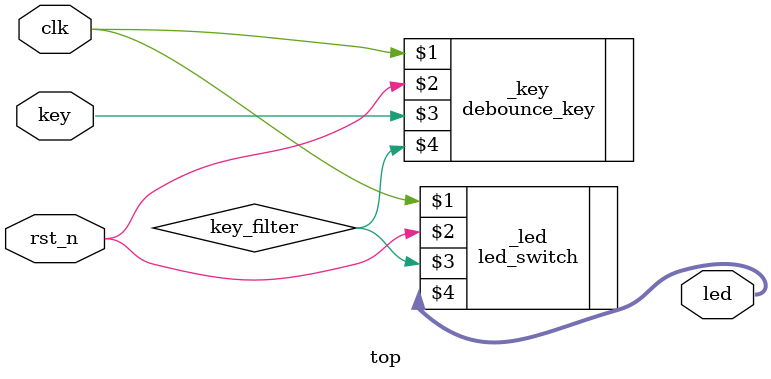
<source format=v>
module top(
        input               clk,        // System Clock
        input               rst_n,      // Reset
        input               key,        // Key Signal
        output      [3:0]   led         // Led Array
    );
    
    wire key_filter;
    
    debounce_key _key(clk, rst_n, key, key_filter);
    led_switch _led(clk, rst_n, key_filter, led);
    
endmodule

</source>
